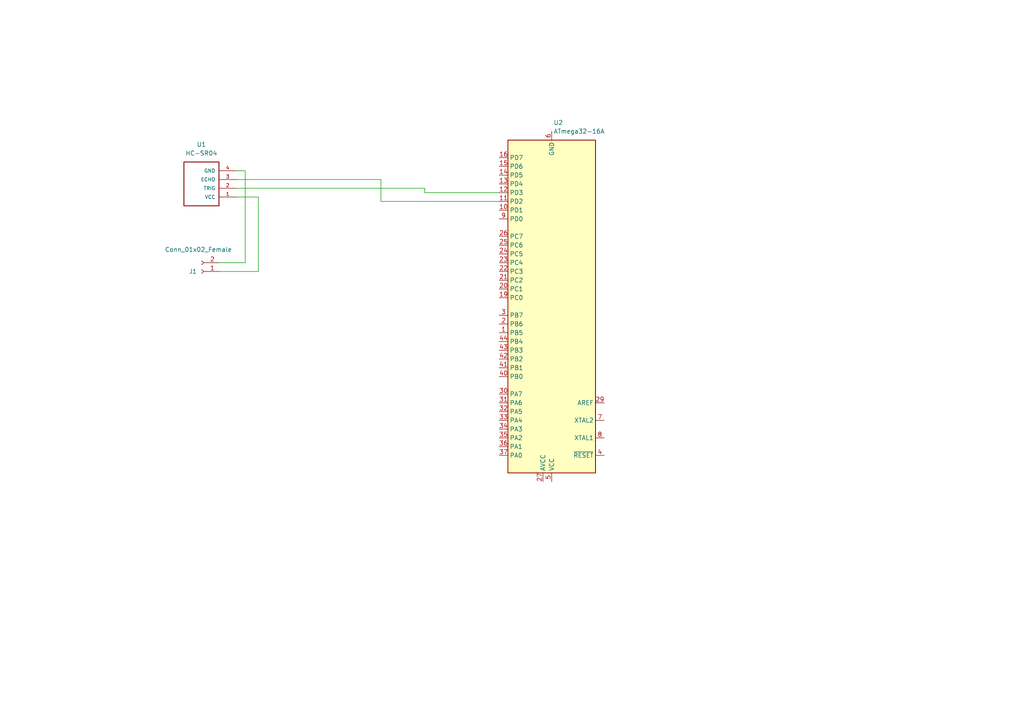
<source format=kicad_sch>
(kicad_sch (version 20211123) (generator eeschema)

  (uuid 920f01f0-57a5-4422-a677-26e5d515d3d6)

  (paper "A4")

  (lib_symbols
    (symbol "Connector:Conn_01x02_Female" (pin_names (offset 1.016) hide) (in_bom yes) (on_board yes)
      (property "Reference" "J" (id 0) (at 0 2.54 0)
        (effects (font (size 1.27 1.27)))
      )
      (property "Value" "Conn_01x02_Female" (id 1) (at 0 -5.08 0)
        (effects (font (size 1.27 1.27)))
      )
      (property "Footprint" "" (id 2) (at 0 0 0)
        (effects (font (size 1.27 1.27)) hide)
      )
      (property "Datasheet" "~" (id 3) (at 0 0 0)
        (effects (font (size 1.27 1.27)) hide)
      )
      (property "ki_keywords" "connector" (id 4) (at 0 0 0)
        (effects (font (size 1.27 1.27)) hide)
      )
      (property "ki_description" "Generic connector, single row, 01x02, script generated (kicad-library-utils/schlib/autogen/connector/)" (id 5) (at 0 0 0)
        (effects (font (size 1.27 1.27)) hide)
      )
      (property "ki_fp_filters" "Connector*:*_1x??_*" (id 6) (at 0 0 0)
        (effects (font (size 1.27 1.27)) hide)
      )
      (symbol "Conn_01x02_Female_1_1"
        (arc (start 0 -2.032) (mid -0.508 -2.54) (end 0 -3.048)
          (stroke (width 0.1524) (type default) (color 0 0 0 0))
          (fill (type none))
        )
        (polyline
          (pts
            (xy -1.27 -2.54)
            (xy -0.508 -2.54)
          )
          (stroke (width 0.1524) (type default) (color 0 0 0 0))
          (fill (type none))
        )
        (polyline
          (pts
            (xy -1.27 0)
            (xy -0.508 0)
          )
          (stroke (width 0.1524) (type default) (color 0 0 0 0))
          (fill (type none))
        )
        (arc (start 0 0.508) (mid -0.508 0) (end 0 -0.508)
          (stroke (width 0.1524) (type default) (color 0 0 0 0))
          (fill (type none))
        )
        (pin passive line (at -5.08 0 0) (length 3.81)
          (name "Pin_1" (effects (font (size 1.27 1.27))))
          (number "1" (effects (font (size 1.27 1.27))))
        )
        (pin passive line (at -5.08 -2.54 0) (length 3.81)
          (name "Pin_2" (effects (font (size 1.27 1.27))))
          (number "2" (effects (font (size 1.27 1.27))))
        )
      )
    )
    (symbol "HC-SR04:HC-SR04" (pin_names (offset 1.016)) (in_bom yes) (on_board yes)
      (property "Reference" "U" (id 0) (at 0 5.08 0)
        (effects (font (size 1.27 1.27)) (justify left bottom))
      )
      (property "Value" "HC-SR04" (id 1) (at 0 -10.16 0)
        (effects (font (size 1.27 1.27)) (justify left bottom))
      )
      (property "Footprint" "XCVR_HC-SR04" (id 2) (at 0 0 0)
        (effects (font (size 1.27 1.27)) (justify left bottom) hide)
      )
      (property "Datasheet" "" (id 3) (at 0 0 0)
        (effects (font (size 1.27 1.27)) (justify left bottom) hide)
      )
      (property "MANUFACTURER" "Osepp" (id 4) (at 0 0 0)
        (effects (font (size 1.27 1.27)) (justify left bottom) hide)
      )
      (property "ki_locked" "" (id 5) (at 0 0 0)
        (effects (font (size 1.27 1.27)))
      )
      (symbol "HC-SR04_0_0"
        (polyline
          (pts
            (xy 0 -7.62)
            (xy 10.16 -7.62)
          )
          (stroke (width 0.254) (type default) (color 0 0 0 0))
          (fill (type none))
        )
        (polyline
          (pts
            (xy 0 5.08)
            (xy 0 -7.62)
          )
          (stroke (width 0.254) (type default) (color 0 0 0 0))
          (fill (type none))
        )
        (polyline
          (pts
            (xy 10.16 -7.62)
            (xy 10.16 5.08)
          )
          (stroke (width 0.254) (type default) (color 0 0 0 0))
          (fill (type none))
        )
        (polyline
          (pts
            (xy 10.16 5.08)
            (xy 0 5.08)
          )
          (stroke (width 0.254) (type default) (color 0 0 0 0))
          (fill (type none))
        )
        (pin power_in line (at -5.08 2.54 0) (length 5.08)
          (name "VCC" (effects (font (size 1.016 1.016))))
          (number "1" (effects (font (size 1.016 1.016))))
        )
        (pin bidirectional line (at -5.08 0 0) (length 5.08)
          (name "TRIG" (effects (font (size 1.016 1.016))))
          (number "2" (effects (font (size 1.016 1.016))))
        )
        (pin bidirectional line (at -5.08 -2.54 0) (length 5.08)
          (name "ECHO" (effects (font (size 1.016 1.016))))
          (number "3" (effects (font (size 1.016 1.016))))
        )
        (pin power_in line (at -5.08 -5.08 0) (length 5.08)
          (name "GND" (effects (font (size 1.016 1.016))))
          (number "4" (effects (font (size 1.016 1.016))))
        )
      )
    )
    (symbol "MCU_Microchip_ATmega:ATmega32-16A" (in_bom yes) (on_board yes)
      (property "Reference" "U" (id 0) (at -12.7 49.53 0)
        (effects (font (size 1.27 1.27)) (justify left bottom))
      )
      (property "Value" "ATmega32-16A" (id 1) (at 2.54 -49.53 0)
        (effects (font (size 1.27 1.27)) (justify left top))
      )
      (property "Footprint" "Package_QFP:TQFP-44_10x10mm_P0.8mm" (id 2) (at 0 0 0)
        (effects (font (size 1.27 1.27) italic) hide)
      )
      (property "Datasheet" "http://ww1.microchip.com/downloads/en/DeviceDoc/doc2503.pdf" (id 3) (at 0 0 0)
        (effects (font (size 1.27 1.27)) hide)
      )
      (property "ki_keywords" "AVR 8bit Microcontroller MegaAVR" (id 4) (at 0 0 0)
        (effects (font (size 1.27 1.27)) hide)
      )
      (property "ki_description" "16MHz, 32kB Flash, 2kB SRAM, 1kB EEPROM, JTAG, TQFP-44" (id 5) (at 0 0 0)
        (effects (font (size 1.27 1.27)) hide)
      )
      (property "ki_fp_filters" "TQFP*10x10mm*P0.8mm*" (id 6) (at 0 0 0)
        (effects (font (size 1.27 1.27)) hide)
      )
      (symbol "ATmega32-16A_0_1"
        (rectangle (start -12.7 -48.26) (end 12.7 48.26)
          (stroke (width 0.254) (type default) (color 0 0 0 0))
          (fill (type background))
        )
      )
      (symbol "ATmega32-16A_1_1"
        (pin bidirectional line (at 15.24 7.62 180) (length 2.54)
          (name "PB5" (effects (font (size 1.27 1.27))))
          (number "1" (effects (font (size 1.27 1.27))))
        )
        (pin bidirectional line (at 15.24 -27.94 180) (length 2.54)
          (name "PD1" (effects (font (size 1.27 1.27))))
          (number "10" (effects (font (size 1.27 1.27))))
        )
        (pin bidirectional line (at 15.24 -30.48 180) (length 2.54)
          (name "PD2" (effects (font (size 1.27 1.27))))
          (number "11" (effects (font (size 1.27 1.27))))
        )
        (pin bidirectional line (at 15.24 -33.02 180) (length 2.54)
          (name "PD3" (effects (font (size 1.27 1.27))))
          (number "12" (effects (font (size 1.27 1.27))))
        )
        (pin bidirectional line (at 15.24 -35.56 180) (length 2.54)
          (name "PD4" (effects (font (size 1.27 1.27))))
          (number "13" (effects (font (size 1.27 1.27))))
        )
        (pin bidirectional line (at 15.24 -38.1 180) (length 2.54)
          (name "PD5" (effects (font (size 1.27 1.27))))
          (number "14" (effects (font (size 1.27 1.27))))
        )
        (pin bidirectional line (at 15.24 -40.64 180) (length 2.54)
          (name "PD6" (effects (font (size 1.27 1.27))))
          (number "15" (effects (font (size 1.27 1.27))))
        )
        (pin bidirectional line (at 15.24 -43.18 180) (length 2.54)
          (name "PD7" (effects (font (size 1.27 1.27))))
          (number "16" (effects (font (size 1.27 1.27))))
        )
        (pin passive line (at 0 50.8 270) (length 2.54) hide
          (name "VCC" (effects (font (size 1.27 1.27))))
          (number "17" (effects (font (size 1.27 1.27))))
        )
        (pin passive line (at 0 -50.8 90) (length 2.54) hide
          (name "GND" (effects (font (size 1.27 1.27))))
          (number "18" (effects (font (size 1.27 1.27))))
        )
        (pin bidirectional line (at 15.24 -2.54 180) (length 2.54)
          (name "PC0" (effects (font (size 1.27 1.27))))
          (number "19" (effects (font (size 1.27 1.27))))
        )
        (pin bidirectional line (at 15.24 5.08 180) (length 2.54)
          (name "PB6" (effects (font (size 1.27 1.27))))
          (number "2" (effects (font (size 1.27 1.27))))
        )
        (pin bidirectional line (at 15.24 -5.08 180) (length 2.54)
          (name "PC1" (effects (font (size 1.27 1.27))))
          (number "20" (effects (font (size 1.27 1.27))))
        )
        (pin bidirectional line (at 15.24 -7.62 180) (length 2.54)
          (name "PC2" (effects (font (size 1.27 1.27))))
          (number "21" (effects (font (size 1.27 1.27))))
        )
        (pin bidirectional line (at 15.24 -10.16 180) (length 2.54)
          (name "PC3" (effects (font (size 1.27 1.27))))
          (number "22" (effects (font (size 1.27 1.27))))
        )
        (pin bidirectional line (at 15.24 -12.7 180) (length 2.54)
          (name "PC4" (effects (font (size 1.27 1.27))))
          (number "23" (effects (font (size 1.27 1.27))))
        )
        (pin bidirectional line (at 15.24 -15.24 180) (length 2.54)
          (name "PC5" (effects (font (size 1.27 1.27))))
          (number "24" (effects (font (size 1.27 1.27))))
        )
        (pin bidirectional line (at 15.24 -17.78 180) (length 2.54)
          (name "PC6" (effects (font (size 1.27 1.27))))
          (number "25" (effects (font (size 1.27 1.27))))
        )
        (pin bidirectional line (at 15.24 -20.32 180) (length 2.54)
          (name "PC7" (effects (font (size 1.27 1.27))))
          (number "26" (effects (font (size 1.27 1.27))))
        )
        (pin power_in line (at 2.54 50.8 270) (length 2.54)
          (name "AVCC" (effects (font (size 1.27 1.27))))
          (number "27" (effects (font (size 1.27 1.27))))
        )
        (pin passive line (at 0 -50.8 90) (length 2.54) hide
          (name "GND" (effects (font (size 1.27 1.27))))
          (number "28" (effects (font (size 1.27 1.27))))
        )
        (pin passive line (at -15.24 27.94 0) (length 2.54)
          (name "AREF" (effects (font (size 1.27 1.27))))
          (number "29" (effects (font (size 1.27 1.27))))
        )
        (pin bidirectional line (at 15.24 2.54 180) (length 2.54)
          (name "PB7" (effects (font (size 1.27 1.27))))
          (number "3" (effects (font (size 1.27 1.27))))
        )
        (pin bidirectional line (at 15.24 25.4 180) (length 2.54)
          (name "PA7" (effects (font (size 1.27 1.27))))
          (number "30" (effects (font (size 1.27 1.27))))
        )
        (pin bidirectional line (at 15.24 27.94 180) (length 2.54)
          (name "PA6" (effects (font (size 1.27 1.27))))
          (number "31" (effects (font (size 1.27 1.27))))
        )
        (pin bidirectional line (at 15.24 30.48 180) (length 2.54)
          (name "PA5" (effects (font (size 1.27 1.27))))
          (number "32" (effects (font (size 1.27 1.27))))
        )
        (pin bidirectional line (at 15.24 33.02 180) (length 2.54)
          (name "PA4" (effects (font (size 1.27 1.27))))
          (number "33" (effects (font (size 1.27 1.27))))
        )
        (pin bidirectional line (at 15.24 35.56 180) (length 2.54)
          (name "PA3" (effects (font (size 1.27 1.27))))
          (number "34" (effects (font (size 1.27 1.27))))
        )
        (pin bidirectional line (at 15.24 38.1 180) (length 2.54)
          (name "PA2" (effects (font (size 1.27 1.27))))
          (number "35" (effects (font (size 1.27 1.27))))
        )
        (pin bidirectional line (at 15.24 40.64 180) (length 2.54)
          (name "PA1" (effects (font (size 1.27 1.27))))
          (number "36" (effects (font (size 1.27 1.27))))
        )
        (pin bidirectional line (at 15.24 43.18 180) (length 2.54)
          (name "PA0" (effects (font (size 1.27 1.27))))
          (number "37" (effects (font (size 1.27 1.27))))
        )
        (pin passive line (at 0 50.8 270) (length 2.54) hide
          (name "VCC" (effects (font (size 1.27 1.27))))
          (number "38" (effects (font (size 1.27 1.27))))
        )
        (pin passive line (at 0 -50.8 90) (length 2.54) hide
          (name "GND" (effects (font (size 1.27 1.27))))
          (number "39" (effects (font (size 1.27 1.27))))
        )
        (pin input line (at -15.24 43.18 0) (length 2.54)
          (name "~{RESET}" (effects (font (size 1.27 1.27))))
          (number "4" (effects (font (size 1.27 1.27))))
        )
        (pin bidirectional line (at 15.24 20.32 180) (length 2.54)
          (name "PB0" (effects (font (size 1.27 1.27))))
          (number "40" (effects (font (size 1.27 1.27))))
        )
        (pin bidirectional line (at 15.24 17.78 180) (length 2.54)
          (name "PB1" (effects (font (size 1.27 1.27))))
          (number "41" (effects (font (size 1.27 1.27))))
        )
        (pin bidirectional line (at 15.24 15.24 180) (length 2.54)
          (name "PB2" (effects (font (size 1.27 1.27))))
          (number "42" (effects (font (size 1.27 1.27))))
        )
        (pin bidirectional line (at 15.24 12.7 180) (length 2.54)
          (name "PB3" (effects (font (size 1.27 1.27))))
          (number "43" (effects (font (size 1.27 1.27))))
        )
        (pin bidirectional line (at 15.24 10.16 180) (length 2.54)
          (name "PB4" (effects (font (size 1.27 1.27))))
          (number "44" (effects (font (size 1.27 1.27))))
        )
        (pin power_in line (at 0 50.8 270) (length 2.54)
          (name "VCC" (effects (font (size 1.27 1.27))))
          (number "5" (effects (font (size 1.27 1.27))))
        )
        (pin power_in line (at 0 -50.8 90) (length 2.54)
          (name "GND" (effects (font (size 1.27 1.27))))
          (number "6" (effects (font (size 1.27 1.27))))
        )
        (pin output line (at -15.24 33.02 0) (length 2.54)
          (name "XTAL2" (effects (font (size 1.27 1.27))))
          (number "7" (effects (font (size 1.27 1.27))))
        )
        (pin input line (at -15.24 38.1 0) (length 2.54)
          (name "XTAL1" (effects (font (size 1.27 1.27))))
          (number "8" (effects (font (size 1.27 1.27))))
        )
        (pin bidirectional line (at 15.24 -25.4 180) (length 2.54)
          (name "PD0" (effects (font (size 1.27 1.27))))
          (number "9" (effects (font (size 1.27 1.27))))
        )
      )
    )
  )


  (wire (pts (xy 110.49 58.42) (xy 144.78 58.42))
    (stroke (width 0) (type default) (color 0 0 0 0))
    (uuid 09ff2460-c378-4de3-a325-15cd18cfa67f)
  )
  (wire (pts (xy 110.49 52.07) (xy 110.49 58.42))
    (stroke (width 0) (type default) (color 0 0 0 0))
    (uuid 1ab8de26-2b0e-461b-8ca7-91aff96f00f6)
  )
  (wire (pts (xy 74.93 57.15) (xy 74.93 78.74))
    (stroke (width 0) (type default) (color 0 0 0 0))
    (uuid 1e188f1a-c673-4cfe-8af7-47b29cd1db31)
  )
  (wire (pts (xy 68.58 57.15) (xy 74.93 57.15))
    (stroke (width 0) (type default) (color 0 0 0 0))
    (uuid 2b1c80d3-7079-4b17-831c-4abaa1388d59)
  )
  (wire (pts (xy 123.19 55.88) (xy 144.78 55.88))
    (stroke (width 0) (type default) (color 0 0 0 0))
    (uuid 2f7de4c6-61a4-436e-bdf0-0fc0017fe8c8)
  )
  (wire (pts (xy 68.58 49.53) (xy 71.12 49.53))
    (stroke (width 0) (type default) (color 0 0 0 0))
    (uuid 347bd418-1f7c-4eb5-a957-dfb76ae1c4a0)
  )
  (wire (pts (xy 71.12 76.2) (xy 63.5 76.2))
    (stroke (width 0) (type default) (color 0 0 0 0))
    (uuid 36ca9c96-9963-4c8d-aca2-c92ab819c6a1)
  )
  (wire (pts (xy 123.19 54.61) (xy 123.19 55.88))
    (stroke (width 0) (type default) (color 0 0 0 0))
    (uuid 4993c0aa-354e-48ad-8aaa-7e4241c85dd4)
  )
  (wire (pts (xy 68.58 52.07) (xy 110.49 52.07))
    (stroke (width 0) (type default) (color 0 0 0 0))
    (uuid 57881978-1cb6-4313-a481-bf96c7c78e4b)
  )
  (wire (pts (xy 71.12 49.53) (xy 71.12 76.2))
    (stroke (width 0) (type default) (color 0 0 0 0))
    (uuid 8c10b2b7-f87f-4270-a9d0-83c937dafb48)
  )
  (wire (pts (xy 74.93 78.74) (xy 63.5 78.74))
    (stroke (width 0) (type default) (color 0 0 0 0))
    (uuid e1ae2601-fb24-478d-a8c9-030784a7838b)
  )
  (wire (pts (xy 68.58 54.61) (xy 123.19 54.61))
    (stroke (width 0) (type default) (color 0 0 0 0))
    (uuid ff5e0aa8-9608-433e-9340-74da979bd292)
  )

  (symbol (lib_id "Connector:Conn_01x02_Female") (at 58.42 78.74 180) (unit 1)
    (in_bom yes) (on_board yes)
    (uuid 4e0b2892-17af-42e9-9ffd-e5552903d673)
    (property "Reference" "J1" (id 0) (at 57.15 78.7401 0)
      (effects (font (size 1.27 1.27)) (justify left))
    )
    (property "Value" "Conn_01x02_Female" (id 1) (at 67.31 72.39 0)
      (effects (font (size 1.27 1.27)) (justify left))
    )
    (property "Footprint" "Connector_Stocko:Stocko_MKS_1652-6-0-202_1x2_P2.50mm_Vertical" (id 2) (at 58.42 78.74 0)
      (effects (font (size 1.27 1.27)) hide)
    )
    (property "Datasheet" "~" (id 3) (at 58.42 78.74 0)
      (effects (font (size 1.27 1.27)) hide)
    )
    (pin "1" (uuid 90178379-da58-4a18-b562-da80b4dbdce0))
    (pin "2" (uuid a7ababc3-1080-4127-ae90-1969bb5e14f2))
  )

  (symbol (lib_id "MCU_Microchip_ATmega:ATmega32-16A") (at 160.02 88.9 180) (unit 1)
    (in_bom yes) (on_board yes) (fields_autoplaced)
    (uuid a5c07a12-0690-424f-8b36-c6ae8dfd0ccb)
    (property "Reference" "U2" (id 0) (at 160.5406 35.56 0)
      (effects (font (size 1.27 1.27)) (justify right))
    )
    (property "Value" "ATmega32-16A" (id 1) (at 160.5406 38.1 0)
      (effects (font (size 1.27 1.27)) (justify right))
    )
    (property "Footprint" "Package_QFP:TQFP-44_10x10mm_P0.8mm" (id 2) (at 160.02 88.9 0)
      (effects (font (size 1.27 1.27) italic) hide)
    )
    (property "Datasheet" "http://ww1.microchip.com/downloads/en/DeviceDoc/doc2503.pdf" (id 3) (at 160.02 88.9 0)
      (effects (font (size 1.27 1.27)) hide)
    )
    (pin "1" (uuid 9c8f757e-ea5f-4763-8710-305b1afd8956))
    (pin "10" (uuid 3f0912c6-e2d8-470b-9df2-e4d5025e025e))
    (pin "11" (uuid 2d56cdbf-a0ea-426b-b58e-2105caa2adc2))
    (pin "12" (uuid 4dbffd49-d037-4053-81a2-a02427d129d7))
    (pin "13" (uuid e8a34427-b184-45f3-b0ee-0e453ffa4383))
    (pin "14" (uuid 8d200c74-dc67-4a4d-81b5-a552421908a5))
    (pin "15" (uuid d793122e-967f-481d-9a80-947146498c56))
    (pin "16" (uuid 55738899-d533-425b-8d90-d4a25370987e))
    (pin "17" (uuid 457fdbb2-5df0-4080-ac0b-416d595a45f2))
    (pin "18" (uuid 97975a4f-c435-4cda-9144-4e342bb5a8f9))
    (pin "19" (uuid 9e9fc43f-900f-45e7-b2fd-6c018cfeb688))
    (pin "2" (uuid b3f00061-d217-40a3-a76a-0cdf3da688e8))
    (pin "20" (uuid e2e1403b-2e15-4b65-b8e6-5e0d00345637))
    (pin "21" (uuid ae7a9c1f-98ea-4905-bf04-413f60a68a6b))
    (pin "22" (uuid 889b9a11-4130-4ddb-9853-2d1fb5a881af))
    (pin "23" (uuid 599d8ba1-e53b-49bc-ad06-1c5686b4ea04))
    (pin "24" (uuid 724a1ce2-c49c-4406-9da3-15d0b544e6d5))
    (pin "25" (uuid 241c68b4-98dd-41bc-ad60-18e4a978c391))
    (pin "26" (uuid e7dc3130-2da8-4302-914f-c8a267865a4b))
    (pin "27" (uuid e1c51aa7-5ea9-41c8-9b96-a557ca6112d2))
    (pin "28" (uuid 9954d7b3-4c02-436d-bb69-3002c7d055d2))
    (pin "29" (uuid 2b040e49-1117-4a28-b2fd-4f40c2d5c7a7))
    (pin "3" (uuid 37ac0299-1431-4449-ba01-520579bb9da5))
    (pin "30" (uuid 191bcf9f-bbe2-46a1-ac35-9d1456479826))
    (pin "31" (uuid ec4cd0a4-733f-42f8-8389-126783077c35))
    (pin "32" (uuid 39d5dbe2-c4e4-42d8-820e-41dd7d7c47e6))
    (pin "33" (uuid 7030d379-a847-4702-8cc9-f1ace359fdb7))
    (pin "34" (uuid 60c6505c-68b1-4bcf-aa13-39e3d1cdfd86))
    (pin "35" (uuid 298d1471-a0b1-4ddc-a416-56746bdb831f))
    (pin "36" (uuid 6bdd5f3d-ccb8-4b79-a4be-04c943788294))
    (pin "37" (uuid d03d97b9-f17a-4959-9e7a-8e5e854dc2df))
    (pin "38" (uuid 9d8d1f57-5399-430b-a941-1b4341cc906e))
    (pin "39" (uuid a36fe9fe-7d80-4eeb-9f30-259ddf073958))
    (pin "4" (uuid ffc5d384-a320-4c40-9ef2-1ba857629a5c))
    (pin "40" (uuid b20f9527-957a-4666-adf1-ffd3d817e181))
    (pin "41" (uuid a93c139e-fe94-492a-8c38-9ee1603da8c4))
    (pin "42" (uuid 85ab9e2b-809e-4fb7-b1d8-44a057e85dbe))
    (pin "43" (uuid 59a6f3d2-90aa-49ea-ae55-db067d85f922))
    (pin "44" (uuid 6d0d8547-4bf9-4942-a08a-415d89429e9b))
    (pin "5" (uuid 9406e3be-96d3-4f45-b061-28cff717e48f))
    (pin "6" (uuid 2411679f-d105-49b6-a34c-37b97e625af4))
    (pin "7" (uuid 2abaa3bf-8d49-4085-b0cb-1caf6c399823))
    (pin "8" (uuid 31e5b30f-1dc3-49e1-9ebf-947415e224f3))
    (pin "9" (uuid 2eeb113d-fcc0-4305-b14c-f79e12d071d5))
  )

  (symbol (lib_id "HC-SR04:HC-SR04") (at 63.5 54.61 180) (unit 1)
    (in_bom yes) (on_board yes) (fields_autoplaced)
    (uuid c43404ce-8d28-44cd-8aec-da742b579e03)
    (property "Reference" "U1" (id 0) (at 58.42 41.91 0))
    (property "Value" "HC-SR04" (id 1) (at 58.42 44.45 0))
    (property "Footprint" "HC-SR04:XCVR_HC-SR04" (id 2) (at 63.5 54.61 0)
      (effects (font (size 1.27 1.27)) (justify left bottom) hide)
    )
    (property "Datasheet" "" (id 3) (at 63.5 54.61 0)
      (effects (font (size 1.27 1.27)) (justify left bottom) hide)
    )
    (property "MANUFACTURER" "Osepp" (id 4) (at 63.5 54.61 0)
      (effects (font (size 1.27 1.27)) (justify left bottom) hide)
    )
    (pin "1" (uuid ec03bedc-b73f-4928-a32f-08fbbb0f727c))
    (pin "2" (uuid 097662f4-4d03-4256-9a12-162389d9047c))
    (pin "3" (uuid 03181c8a-b7cb-420d-a177-dd03337d0903))
    (pin "4" (uuid dc37c1e3-810d-4745-96b5-f83be8bc5b10))
  )

  (sheet_instances
    (path "/" (page "1"))
  )

  (symbol_instances
    (path "/4e0b2892-17af-42e9-9ffd-e5552903d673"
      (reference "J1") (unit 1) (value "Conn_01x02_Female") (footprint "Connector_Stocko:Stocko_MKS_1652-6-0-202_1x2_P2.50mm_Vertical")
    )
    (path "/c43404ce-8d28-44cd-8aec-da742b579e03"
      (reference "U1") (unit 1) (value "HC-SR04") (footprint "HC-SR04:XCVR_HC-SR04")
    )
    (path "/a5c07a12-0690-424f-8b36-c6ae8dfd0ccb"
      (reference "U2") (unit 1) (value "ATmega32-16A") (footprint "Package_QFP:TQFP-44_10x10mm_P0.8mm")
    )
  )
)

</source>
